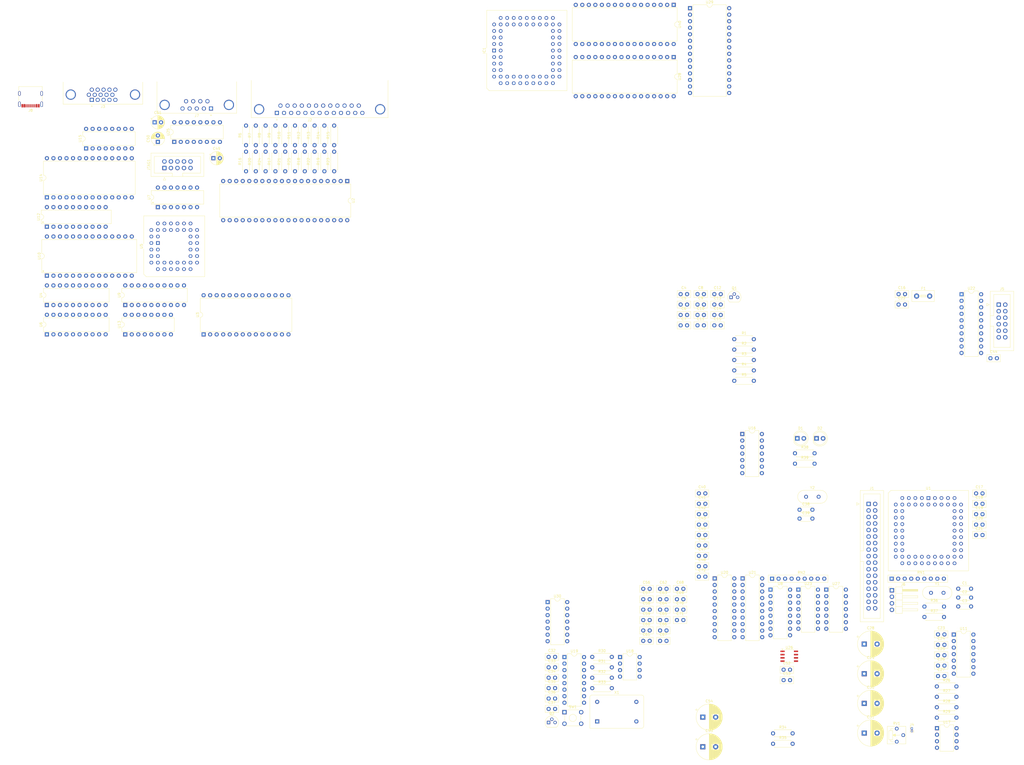
<source format=kicad_pcb>
(kicad_pcb (version 20240108) (generator "pcbnew") (generator_version "8.0")
  (layers (0 "F.Cu" signal) (31 "B.Cu" signal) (34 "B.Paste" user) (35 "F.Paste" user) (36 "B.SilkS" user "B.Silkscreen") (37 "F.SilkS" user "F.Silkscreen") (38 "B.Mask" user) (39 "F.Mask" user) (44 "Edge.Cuts" user))
  (net 0 "")
  (net 1 "Net-(U1-HIFIL)")
  (net 2 "Net-(U1-LOFIL)")
  (net 3 "GND")
  (net 4 "Net-(U1-X2)")
  (net 5 "Net-(U1-X1)")
  (net 6 "VCC")
  (net 7 "Net-(C27-Pad1)")
  (net 8 "Net-(C27-Pad2)")
  (net 9 "Net-(J4-Pin_1)")
  (net 10 "Net-(C29-Pad1)")
  (net 11 "Net-(U17-+)")
  (net 12 "Net-(U18-TR)")
  (net 13 "Net-(U18-CV)")
  (net 14 "Net-(U18-DIS)")
  (net 15 "Net-(IC1-XTAL)")
  (net 16 "Net-(IC1-EXTAL)")
  (net 17 "Net-(U25-C2-)")
  (net 18 "Net-(U25-C2+)")
  (net 19 "Net-(U25-VS-)")
  (net 20 "Net-(U25-VS+)")
  (net 21 "Net-(U25-C1-)")
  (net 22 "Net-(U25-C1+)")
  (net 23 "Net-(U26-V3)")
  (net 24 "Net-(D1-A)")
  (net 25 "/cpu/~{HALT}")
  (net 26 "Net-(D2-A)")
  (net 27 "Net-(J2-P14)")
  (net 28 "/cpu/~{INT0}")
  (net 29 "Net-(IC1-~{BUSREQ})")
  (net 30 "/cpu/A16")
  (net 31 "/cpu/D3")
  (net 32 "/cpu/~{WAIT}")
  (net 33 "/cpu/TX0")
  (net 34 "/cpu/D7")
  (net 35 "/cpu/~{IORQ}")
  (net 36 "/cpu/A13")
  (net 38 "/cpu/D1")
  (net 39 "/cpu/A8")
  (net 41 "/cpu/A15")
  (net 42 "/cpu/~{WR}")
  (net 43 "/cpu/D2")
  (net 44 "/cpu/D5")
  (net 45 "/cpu/A2")
  (net 46 "/cpu/A5")
  (net 47 "/cpu/TX1")
  (net 48 "/cpu/A4")
  (net 51 "/cpu/CLK")
  (net 52 "/cpu/~{M1}")
  (net 53 "/cpu/A14")
  (net 54 "/cpu/A18")
  (net 55 "/cpu/~{RTS0}")
  (net 56 "/cpu/A3")
  (net 57 "/cpu/A19")
  (net 58 "/cpu/~{RD}")
  (net 59 "/cpu/D4")
  (net 60 "Net-(IC1-~{DREQ1})")
  (net 61 "/cpu/A0")
  (net 62 "/cpu/RX1")
  (net 63 "/cpu/RX0")
  (net 64 "/cpu/A6")
  (net 65 "/cpu/~{INT1}")
  (net 66 "/cpu/D6")
  (net 68 "Net-(IC1-~{MREQ})")
  (net 69 "/cpu/A12")
  (net 71 "/cpu/A9")
  (net 73 "/cpu/D0")
  (net 75 "Net-(IC1-~{INT2})")
  (net 77 "/cpu/~{CTS0}")
  (net 78 "/cpu/~{NMI}")
  (net 80 "/clock/~{RST}")
  (net 81 "/cpu/A10")
  (net 82 "/cpu/A11")
  (net 84 "/cpu/A1")
  (net 85 "/cpu/A17")
  (net 86 "Net-(IC1-CKA0{slash}~{DREQ0})")
  (net 87 "/cpu/A7")
  (net 88 "Net-(J1-Pin_18)")
  (net 89 "Net-(J1-Pin_28)")
  (net 90 "Net-(J1-Pin_14)")
  (net 91 "Net-(J1-Pin_34)")
  (net 92 "Net-(J1-Pin_16)")
  (net 95 "Net-(J1-Pin_20)")
  (net 96 "Net-(J1-Pin_10)")
  (net 97 "Net-(J1-Pin_8)")
  (net 99 "Net-(J1-Pin_22)")
  (net 100 "Net-(J1-Pin_12)")
  (net 103 "Net-(J1-Pin_6)")
  (net 104 "Net-(J1-Pin_2)")
  (net 105 "Net-(J1-Pin_30)")
  (net 106 "Net-(J1-Pin_32)")
  (net 108 "Net-(J1-Pin_26)")
  (net 109 "Net-(J1-Pin_24)")
  (net 110 "Net-(J2-Pad2)")
  (net 111 "Net-(J2-Pad10)")
  (net 112 "Net-(J2-Pad5)")
  (net 113 "Net-(J2-Pad6)")
  (net 114 "Net-(J2-Pad11)")
  (net 115 "Net-(J2-P20)")
  (net 116 "Net-(J2-Pad3)")
  (net 117 "Net-(J2-Pad9)")
  (net 118 "Net-(J2-P24)")
  (net 119 "Net-(J2-Pad4)")
  (net 120 "Net-(J2-P17)")
  (net 121 "Net-(J2-P19)")
  (net 122 "Net-(J2-Pad8)")
  (net 123 "Net-(J2-P22)")
  (net 124 "Net-(J2-Pad7)")
  (net 125 "Net-(J2-P16)")
  (net 126 "Net-(J2-P23)")
  (net 127 "Net-(J2-P18)")
  (net 128 "Net-(J2-P15)")
  (net 129 "Net-(J2-P21)")
  (net 131 "Net-(J3-Pad1)")
  (net 133 "Net-(J3-Pad3)")
  (net 136 "Net-(J3-Pad2)")
  (net 137 "Net-(J3-Pad14)")
  (net 139 "Net-(J3-Pad13)")
  (net 140 "Net-(J5-Pin_10)")
  (net 141 "Net-(J5-Pin_8)")
  (net 142 "Net-(J5-Pin_12)")
  (net 143 "Net-(J5-Pin_4)")
  (net 144 "Net-(J5-Pin_6)")
  (net 145 "/cpu/~{KEYBOARD}")
  (net 149 "Net-(U25-T2OUT)")
  (net 151 "Net-(U25-T1OUT)")
  (net 152 "Net-(U25-R1IN)")
  (net 153 "Net-(U25-R2IN)")
  (net 155 "Net-(U26-UD+)")
  (net 156 "Net-(U26-UD-)")
  (net 157 "Net-(J8-CC2)")
  (net 158 "Net-(J8-CC1)")
  (net 159 "Net-(JTAG1-Pin_9)")
  (net 160 "Net-(JTAG1-Pin_3)")
  (net 161 "Net-(JTAG1-Pin_5)")
  (net 163 "Net-(JTAG1-Pin_1)")
  (net 167 "Net-(Q1-E)")
  (net 168 "Net-(Q1-B)")
  (net 169 "/clock/RST")
  (net 170 "/vga/VSYNC")
  (net 171 "/vga/HSYNC")
  (net 172 "Net-(U2-PA0)")
  (net 173 "Net-(U2-PA1)")
  (net 174 "Net-(U2-PA2)")
  (net 175 "Net-(U2-PA3)")
  (net 176 "Net-(U2-PA4)")
  (net 177 "Net-(U2-PA5)")
  (net 178 "Net-(U2-PA6)")
  (net 179 "Net-(U2-PA7)")
  (net 180 "Net-(U2-ARDY)")
  (net 181 "Net-(U2-~{ASTB})")
  (net 182 "Net-(U2-PB0)")
  (net 183 "Net-(U2-PB3)")
  (net 184 "Net-(U2-PB6)")
  (net 185 "Net-(U2-BRDY)")
  (net 186 "Net-(U2-PB1)")
  (net 187 "Net-(U2-PB4)")
  (net 188 "Net-(U2-PB7)")
  (net 189 "Net-(U2-~{BSTB})")
  (net 190 "Net-(U2-PB2)")
  (net 191 "Net-(U2-PB5)")
  (net 192 "Net-(R26-Pad2)")
  (net 193 "Net-(U3-ch_A)")
  (net 194 "Net-(U3-ch_B)")
  (net 195 "Net-(U3-ch_C)")
  (net 196 "Net-(U18-Q)")
  (net 197 "/floppy/~{DACK}")
  (net 198 "/floppy/TC")
  (net 207 "/floppy/IRQ")
  (net 211 "/cpu/~{FLOPPY}")
  (net 213 "/floppy/DRQ")
  (net 215 "/pio/IEO")
  (net 216 "/cpu/~{PIO}")
  (net 217 "/sound/SCRL4")
  (net 218 "Net-(U3-BC1)")
  (net 219 "/clock/1.57 MHz")
  (net 220 "/sound/SCRL2")
  (net 221 "/sound/SCRL0")
  (net 222 "/sound/SCRL3")
  (net 223 "Net-(U3-BDIR)")
  (net 224 "/sound/SCRL5")
  (net 225 "/sound/ROMSEL1")
  (net 226 "/sound/SCRL1")
  (net 228 "/sound/ROMSEL0")
  (net 229 "/vga/COL9")
  (net 230 "/vga/COL6")
  (net 231 "/cpu/~{VRAM}")
  (net 232 "/vga/COL7")
  (net 233 "/vga/COL3")
  (net 234 "/vga/COL8")
  (net 235 "/vga/COL5")
  (net 236 "/vga/COL4")
  (net 238 "/vga/ROW0")
  (net 240 "/vga/ROW4")
  (net 241 "/vga/ROW5")
  (net 242 "Net-(U13-D2)")
  (net 243 "/vga/ROW8")
  (net 245 "/vga/ROW3")
  (net 246 "/cpu/VBLANK")
  (net 248 "Net-(U13-D3)")
  (net 249 "Net-(U13-D0)")
  (net 250 "/vga/ROW7")
  (net 251 "/clock/25.175 MHz")
  (net 253 "/vga/ROW2")
  (net 254 "Net-(U5-M8-Pad37)")
  (net 255 "Net-(U13-D1)")
  (net 256 "/vga/ROW1")
  (net 257 "/vga/ROW6")
  (net 260 "/vga/BLANK")
  (net 261 "Net-(U10-~{OE})")
  (net 262 "Net-(U10-~{WR})")
  (net 263 "Net-(U15-Qh)")
  (net 264 "/cpu/~{SOUND}")
  (net 265 "/cpu/~{VBLANKACK}")
  (net 267 "/cpu/{slash}ROMDIS")
  (net 269 "/vga/GD6")
  (net 270 "/vga/GD5")
  (net 271 "/vga/GD7")
  (net 272 "/vga/GD4")
  (net 273 "/vga/GD1")
  (net 274 "/vga/GD2")
  (net 275 "/vga/GD3")
  (net 276 "/vga/GD0")
  (net 277 "Net-(U11-Pad4)")
  (net 278 "Net-(U11-Pad10)")
  (net 279 "Net-(U11-Pad12)")
  (net 280 "Net-(U12-Q0)")
  (net 281 "Net-(U12-Q2)")
  (net 282 "Net-(U12-Q5)")
  (net 283 "Net-(U12-Q6)")
  (net 284 "Net-(U12-Q3)")
  (net 285 "Net-(U12-Q4)")
  (net 286 "Net-(U12-Q1)")
  (net 287 "Net-(U12-Q7)")
  (net 288 "/vga/~{LOAD}")
  (net 291 "Net-(U14-D5)")
  (net 292 "Net-(U14-D2)")
  (net 293 "Net-(U14-D4)")
  (net 294 "Net-(U14-D6)")
  (net 295 "Net-(U14-D1)")
  (net 296 "Net-(U14-D7)")
  (net 298 "Net-(U14-D0)")
  (net 299 "Net-(U14-D3)")
  (net 300 "Net-(U16-Pad3)")
  (net 301 "Net-(U16-Pad8)")
  (net 302 "/cpu/~{ROM}")
  (net 310 "Net-(U20-P=R)")
  (net 316 "Net-(U23A-Q)")
  (net 318 "/cpu/~{RAM}")
  (net 321 "Net-(U28-CE#)")
  (net 322 "Net-(U30-Pad3)")
  (net 323 "Net-(U30-Pad11)")
  (net 324 "Net-(U40-CE#)")
  (footprint "Resistor_THT:R_Axial_DIN0207_L6.3mm_D2.5mm_P7.62mm_Horizontal" (layer "F.Cu") (at -351.79 -107.95 90)
    (property "Reference" "R23")
    (property "Value" "100R")
  )
  (footprint "Capacitor_THT:C_Disc_D5.0mm_W2.5mm_P2.50mm" (layer "F.Cu") (at -217.004 -56.07)
    (property "Reference" "C5")
    (property "Value" "100n")
  )
  (footprint "Capacitor_THT:C_Disc_D5.0mm_W2.5mm_P2.50mm" (layer "F.Cu") (at -203.904 -60.12)
    (property "Reference" "C12")
    (property "Value" "100n")
  )
  (footprint "Connector_Dsub:DSUB-25_Female_Horizontal_P2.77x2.84mm_EdgePinOffset9.90mm_Housed_MountingHolesOffset11.32mm" (layer "F.Cu") (at -374.07 -130.66 180)
    (property "Reference" "J2")
    (property "Value" "DB25_Receptacle_MountingHoles")
  )
  (footprint "Capacitor_THT:C_Disc_D5.0mm_W2.5mm_P2.50mm" (layer "F.Cu") (at -218.454 54.6)
    (property "Reference" "C68")
    (property "Value" "100n")
  )
  (footprint "Capacitor_THT:C_Disc_D5.0mm_W2.5mm_P2.50mm" (layer "F.Cu") (at -210.454 -56.07)
    (property "Reference" "C9")
    (property "Value" "100n")
  )
  (footprint "Capacitor_THT:C_Disc_D5.0mm_W2.5mm_P2.50mm" (layer "F.Cu") (at -268.354 101.35)
    (property "Reference" "C37")
    (property "Value" "100n")
  )
  (footprint "Package_DIP:DIP-14_W7.62mm" (layer "F.Cu") (at -110.744 72.39)
    (property "Reference" "U11")
    (property "Value" "74HC02")
  )
  (footprint "Button_Switch_THT:SW_TH_Tactile_Omron_B3F-10xx" (layer "F.Cu") (at -262.204 102.6)
    (property "Reference" "SW1")
    (property "Value" "Reset")
  )
  (footprint "Capacitor_THT:C_Disc_D5.0mm_W2.5mm_P2.50mm" (layer "F.Cu") (at -209.904 29.6)
    (property "Reference" "C43")
    (property "Value" "100n")
  )
  (footprint "Capacitor_THT:C_Disc_D5.0mm_W2.5mm_P2.50mm" (layer "F.Cu") (at -268.354 97.3)
    (property "Reference" "C36")
    (property "Value" "100n")
  )
  (footprint "Capacitor_THT:CP_Radial_D10.0mm_P5.00mm" (layer "F.Cu") (at -208.389354 116.08)
    (property "Reference" "C55")
    (property "Value" "470u")
  )
  (footprint "Package_DIP:DIP-16_W7.62mm" (layer "F.Cu") (at -433.07 -44.45 90)
    (property "Reference" "U13")
    (property "Value" "74HC174")
  )
  (footprint "Capacitor_THT:C_Disc_D5.0mm_W2.5mm_P2.50mm" (layer "F.Cu") (at -116.894 76.39)
    (property "Reference" "C24")
    (property "Value" "100n")
  )
  (footprint "LED_THT:LED_D5.0mm" (layer "F.Cu") (at -171.634 -3.97)
    (property "Reference" "D1")
    (property "Value" "HALT")
  )
  (footprint "Resistor_THT:R_Axial_DIN0207_L6.3mm_D2.5mm_P7.62mm_Horizontal" (layer "F.Cu") (at -196.154 -26.38)
    (property "Reference" "R5")
    (property "Value" "470R")
  )
  (footprint "Capacitor_THT:C_Disc_D5.0mm_W2.5mm_P2.50mm" (layer "F.Cu") (at -225.004 62.7)
    (property "Reference" "C64")
    (property "Value" "100n")
  )
  (footprint "Capacitor_THT:C_Disc_D5.0mm_W2.5mm_P2.50mm" (layer "F.Cu") (at -116.894 88.54)
    (property "Reference" "C27")
    (property "Value" "47n")
  )
  (footprint "PCM_Potentiometer_THT_AKL:Potentiometer_Vishay_T73YP_Vertical" (layer "F.Cu") (at -132.944 114.09)
    (property "Reference" "RV1")
    (property "Value" "1K" (hide yes))
  )
  (footprint "Capacitor_THT:C_Disc_D5.0mm_W2.5mm_P2.50mm" (layer "F.Cu") (at -176.954 86.08)
    (property "Reference" "C52")
    (property "Value" "100n")
  )
  (footprint "Capacitor_THT:C_Disc_D5.0mm_W2.5mm_P2.50mm" (layer "F.Cu") (at -231.554 62.7)
    (property "Reference" "C58")
    (property "Value" "100n")
  )
  (footprint "Capacitor_THT:C_Disc_D5.0mm_W2.5mm_P2.50mm" (layer "F.Cu") (at -116.894 80.44)
    (property "Reference" "C25")
    (property "Value" "100n")
  )
  (footprint "Connector_USB:USB_C_Receptacle_G-Switch_GT-USB-7010ASV" (layer "F.Cu") (at -469.9 -137.16 180)
    (property "Reference" "J8")
    (property "Value" "USB_C_Receptacle_USB2.0_14P")
  )
  (footprint "Package_DIP:DIP-14_W7.62mm" (layer "F.Cu") (at -171.204 54.9)
    (property "Reference" "U23")
    (property "Value" "74HC74")
  )
  (footprint "Capacitor_THT:CP_Radial_D10.0mm_P5.00mm" (layer "F.Cu") (at -145.589354 110.74)
    (property "Reference" "C31")
    (property "Value" "150u")
  )
  (footprint "Capacitor_THT:C_Disc_D5.0mm_W2.5mm_P2.50mm" (layer "F.Cu") (at -218.454 62.7)
    (property "Reference" "C70")
    (property "Value" "100n")
  )
  (footprint "Capacitor_THT:C_Disc_D5.0mm_W2.5mm_P2.50mm" (layer "F.Cu") (at -176.954 90.13)
    (property "Reference" "C53")
    (property "Value" "100n")
  )
  (footprint "Package_DIP:DIP-20_W7.62mm" (layer "F.Cu") (at -192.904 50.55)
    (property "Reference" "U21")
    (property "Value" "74HC688")
  )
  (footprint "Resistor_THT:R_Axial_DIN0207_L6.3mm_D2.5mm_P7.62mm_Horizontal" (layer "F.Cu") (at -355.6 -107.95 90)
    (property "Reference" "R19")
    (property "Value" "100R")
  )
  (footprint "Capacitor_THT:C_Disc_D4.3mm_W1.9mm_P5.00mm" (layer "F.Cu") (at -109.024 61.45)
    (property "Reference" "C3")
    (property "Value" "22p")
  )
  (footprint "Resistor_THT:R_Axial_DIN0207_L6.3mm_D2.5mm_P7.62mm_Horizontal" (layer "F.Cu") (at -181.064 114.91)
    (property "Reference" "R35")
    (property "Value" "1K5")
  )
  (footprint "Package_TO_SOT_THT:TO-92" (layer "F.Cu") (at -197.394 -58.89)
    (property "Reference" "Q1")
    (property "Value" "BC547")
  )
  (footprint "Resistor_THT:R_Axial_DIN0207_L6.3mm_D2.5mm_P7.62mm_Horizontal" (layer "F.Cu") (at -363.22 -107.95 90)
    (property "Reference" "R18")
    (property "Value" "100R")
  )
  (footprint "Resistor_THT:R_Axial_DIN0207_L6.3mm_D2.5mm_P7.62mm_Horizontal" (layer "F.Cu") (at -382.27 -118.11 90)
    (property "Reference" "R7")
    (property "Value" "100R")
  )
  (footprint "Capacitor_THT:C_Disc_D5.0mm_W2.5mm_P2.50mm" (layer "F.Cu") (at -116.894 84.49)
    (property "Reference" "C26")
    (property "Value" "100n")
  )
  (footprint "Oscillator:Oscillator_DIP-14" (layer "F.Cu") (at -249.474 106.21)
    (property "Reference" "X1")
    (property "Value" "25.175 MHz")
  )
  (footprint "Capacitor_THT:C_Disc_D5.0mm_W2.5mm_P2.50mm" (layer "F.Cu") (at -218.454 66.75)
    (property "Reference" "C71")
    (property "Value" "100n")
  )
  (footprint "Connector_IDC:IDC-Header_2x06_P2.54mm_Vertical" (layer "F.Cu") (at -93.269 -56.02)
    (property "Reference" "J5")
    (property "Value" "Conn_02x06_Odd_Even")
  )
  (footprint "Resistor_THT:R_Axial_DIN0207_L6.3mm_D2.5mm_P7.62mm_Horizontal" (layer "F.Cu") (at -374.65 -118.11 90)
    (property "Reference" "R9")
    (property "Value" "100R")
  )
  (footprint "Crystal:Crystal_HC49-4H_Vertical" (layer "F.Cu") (at -119.624 56.15)
    (property "Reference" "Y1")
    (property "Value" "24 MHz")
  )
  (footprint "Resistor_THT:R_Axial_DIN0207_L6.3mm_D2.5mm_P7.62mm_Horizontal" (layer "F.Cu") (at -117.344 96.64)
    (property "Reference" "R27")
    (property "Value" "2K2")
  )
  (footprint "Package_DIP:DIP-20_W7.62mm" (layer "F.Cu") (at -203.754 50.55)
    (property "Reference" "U20")
    (property "Value" "74HC688")
  )
  (footprint "Capacitor_THT:C_Disc_D4.3mm_W1.9mm_P5.00mm" (layer "F.Cu") (at -109.024 58)
    (property "Reference" "C2")
    (property "Value" "22p")
  )
  (footprint "Connector_Dsub:DSUB-15-HD_Female_Horizontal_P2.29x1.98mm_EdgePinOffset3.03mm_Housed_MountingHolesOffset4.94mm" (layer "F.Cu") (at -446.075 -135.74 180)
    (property "Reference" "J3")
    (property "Value" "DE15_Receptacle_HighDensity_MountingHoles")
  )
  (footprint "Resistor_THT:R_Axial_DIN0207_L6.3mm_D2.5mm_P7.62mm_Horizontal" (layer "F.Cu") (at -251.404 81.1)
    (property "Reference" "R30")
    (property "Value" "10K")
  )
  (footprint "Crystal:Crystal_HC49-4H_Vertical" (layer "F.Cu") (at -168.204 18.75)
    (property "Reference" "Y2")
    (property "Value" "16 MHz")
  )
  (footprint "Capacitor_THT:C_Disc_D5.0mm_W2.5mm_P2.50mm" (layer "F.Cu") (at -231.554 54.6)
    (property "Reference" "C56")
    (property "Value" "100n")
  )
  (footprint "Resistor_THT:R_Axial_DIN0207_L6.3mm_D2.5mm_P7.62mm_Horizontal" (layer "F.Cu") (at -370.84 -118.11 90)
    (property "Reference" "R10")
    (property "Value" "100R")
  )
  (footprint "Resistor_THT:R_Axial_DIN0207_L6.3mm_D2.5mm_P7.62mm_Horizontal" (layer "F.Cu") (at -196.154 -38.53)
    (property "Reference" "R2")
    (property "Value" "100R")
  )
  (footprint "Capacitor_THT:C_Disc_D5.0mm_W2.5mm_P2.50mm" (layer "F.Cu") (at -231.554 74.85)
    (property "Reference" "C61")
    (property "Value" "100n")
  )
  (footprint "Capacitor_THT:C_Disc_D5.0mm_W2.5mm_P2.50mm" (layer "F.Cu") (at -225.004 54.6)
    (property "Reference" "C62")
    (property "Value" "100n")
  )
  (footprint "Resistor_THT:R_Axial_DIN0207_L6.3mm_D2.5mm_P7.62mm_Horizontal" (layer "F.Cu") (at -382.27 -107.95 90)
    (property "Reference" "R20")
    (property "Value" "100R")
  )
  (footprint "Resistor_THT:R_Axial_DIN0207_L6.3mm_D2.5mm_P7.62mm_Horizontal" (layer "F.Cu") (at -374.65 -107.95 90)
    (property "Reference" "R17")
    (property "Value" "100R")
  )
  (footprint "Capacitor_THT:C_Disc_D5.0mm_W2.5mm_P2.50mm" (layer "F.Cu") (at -102.074 21.5)
    (property "Reference" "C18")
    (property "Value" "100n")
  )
  (footprint "Resistor_THT:R_Axial_DIN0207_L6.3mm_D2.5mm_P7.62mm_Horizontal" (layer "F.Cu") (at -355.6 -118.11 90)
    (property "Reference" "R14")
    (property "Value" "100R")
  )
  (footprint "PCM_Package_DIP_AKL:DIP-14_W7.62mm" (layer "F.Cu") (at -420.37 -93.98 90)
    (property "Reference" "U7")
    (property "Value" "74HC02" (hide yes))
  )
  (footprint "Capacitor_THT:C_Disc_D5.0mm_W2.5mm_P2.50mm" (layer "F.Cu") (at -231.554 70.8)
    (property "Reference" "C60")
    (property "Value" "100n")
  )
  (footprint "Capacitor_THT:C_Disc_D5.0mm_W2.5mm_P2.50mm" (layer "F.Cu") (at -209.904 37.7)
    (property "Reference" "C46")
    (property "Value" "100n")
  )
  (footprint "Resistor_THT:R_Axial_DIN0207_L6.3mm_D2.5mm_P7.62mm_Horizontal" (layer "F.Cu") (at -196.154 -30.43)
    (property "Reference" "R4")
    (property "Value" "470R")
  )
  (footprint "Package_DIP:DIP-28_W15.24mm" (layer "F.Cu") (at -402.58 -44.445 90)
    (property "Reference" "U3")
    (property "Value" "PSG_AY-3-8912")
  )
  (footprint "Resistor_THT:R_Axial_DIN0207_L6.3mm_D2.5mm_P7.62mm_Horizontal" (layer "F.Cu") (at -378.46 -107.95 90)
    (property "Reference" "R24")
    (property "Value" "100R")
  )
  (footprint "Resistor_THT:R_Axial_DIN0207_L6.3mm_D2.5mm_P7.62mm_Horizontal" (layer "F.Cu") (at -359.41 -118.11 90)
    (property "Reference" "R13")
    (property "Value" "100R")
  )
  (footprint "Resistor_THT:R_Axial_DIN0207_L6.3mm_D2.5mm_P7.62mm_Horizontal" (layer "F.Cu") (at -367.03 -107.95 90)
    (property "Reference" "R25")
    (property "Value" "100R")
  )
  (footprint "PCM_Fuse_AKL:Fuse_Littelfuse_395Series" (layer "F.Cu") (at -125.214 -59.37)
    (property "Reference" "F1")
    (property "Value" "Fuse" (hide yes))
  )
  (footprint "Capacitor_THT:C_Disc_D5.0mm_W2.5mm_P2.50mm" (layer "F.Cu") (at -231.554 58.65)
    (property "Reference" "C57")
    (property "Value" "100n")
  )
  (footprint "Resistor_THT:R_Axial_DIN0207_L6.3mm_D2.5mm_P7.62mm_Horizontal" (layer "F.Cu") (at -122.174 61.5)
    (property "Reference" "R36")
    (property "Value" "47K")
  )
  (footprint "Resistor_THT:R_Axial_DIN0207_L6.3mm_D2.5mm_P7.62mm_Horizontal" (layer "F.Cu") (at -370.84 -107.95 90)
    (property "Reference" "R21")
    (property "Value" "100R")
  )
  (footprint "Resistor_THT:R_Axial_DIN0207_L6.3mm_D2.5mm_P7.62mm_Horizontal" (layer "F.Cu") (at -251.404 85.15)
    (property "Reference" "R31")
    (property "Value" "220K")
  )
  (footprint "Capacitor_THT:C_Disc_D5.0mm_W2.5mm_P2.50mm" (layer "F.Cu") (at -132.224 -60.12)
    (property "Reference" "C16")
    (property "Value" "100n")
  )
  (footprint "Capacitor_THT:C_Disc_D5.0mm_W2.5mm_P2.50mm" (layer "F.Cu") (at -209.904 45.8)
    (property "Reference" "C48")
    (property "Value" "100n")
  )
  (footprint "Resistor_THT:R_Axial_DIN0207_L6.3mm_D2.5mm_P7.62mm_Horizontal" (layer "F.Cu") (at -367.03 -118.11 90)
    (property "Reference" "R11")
    (property "Value" "100R")
  )
  (footprint "Resistor_THT:R_Axial_DIN0207_L6.3mm_D2.5mm_P7.62mm_Horizontal" (layer "F.Cu") (at -363.22 -118.11 90)
    (property "Reference" "R12")
    (property "Value" "100R")
  )
  (footprint "Capacitor_THT:C_Disc_D5.0mm_W2.5mm_P2.50mm" (layer "F.Cu") (at -102.074 29.6)
    (property "Reference" "C20")
    (property "Value" "100n")
  )
  (footprint "Capacitor_THT:CP_Radial_D10.0mm_P5.00mm" (layer "F.Cu") (at -145.589354 99.19)
    (property "Reference" "C30")
    (property "Value" "150u")
  )
  (footprint "Capacitor_THT:CP_Radial_D10.0mm_P5.00mm" (layer "F.Cu") (at -145.589354 76.09)
    (property "Reference" "C28")
    (property "Value" "150u")
  )
  (footprint "Capacitor_THT:C_Disc_D5.0mm_W2.5mm_P2.50mm" (layer "F.Cu") (at -209.904 33.65)
    (property "Reference" "C45")
    (property "Value" "100n")
  )
  (footprint "PCM_Package_DIP_AKL:DIP-20_W7.62mm" (layer "F.Cu") (at -463.545 -86.37 90)
    (property "Reference" "U12")
    (property "Value" "74HC574" (hide yes))
  )
  (footprint "Capacitor_THT:C_Disc_D5.0mm_W2.5mm_P2.50mm" (layer "F.Cu") (at -203.904 -56.07)
    (property "Reference" "C13")
    (property "Value" "100n")
  )
  (footprint "Resistor_THT:R_Array_SIP9" (layer "F.Cu") (at -181.454 50.65)
    (property "Reference" "RN2")
    (property "Value" "47K")
  )
  (footprint "Resistor_THT:R_Array_SIP9" (layer "F.Cu") (at -134.924 50.65)
    (property "Reference" "RN1")
    (property "Value" "1K")
  )
  (footprint "Capacitor_THT:C_Disc_D5.0mm_W2.5mm_P2.50mm" (layer "F.Cu") (at -268.354 85.15)
    (property "Reference" "C33")
    (property "Value" "10n")
  )
  (footprint "Capacitor_THT:C_Disc_D5.0mm_W2.5mm_P2.50mm" (layer "F.Cu") (at -210.454 -60.12)
    (property "Reference" "C8")
    (property "Value" "100n")
  )
  (footprint "Resistor_THT:R_Axial_DIN0207_L6.3mm_D2.5mm_P7.62mm_Horizontal" (layer "F.Cu") (at -117.344 100.69)
    (property "Reference" "R28")
    (property "Value" "2K2")
  )
  (footprint "Package_DIP:DIP-8_W7.62mm" (layer "F.Cu") (at -117.294 108.84)
    (property "Reference" "U17")
    (property "Value" "LM386")
  )
  (footprint "PCM_Package_DIP_AKL:DIP-28_W15.24mm" (layer "F.Cu") (at -463.54 -67.31 90)
    (property "Reference" "U10")
    (property "Value" "6264" (hide yes))
  )
  (footprint "Connector_PinHeader_2.54mm:PinHeader_1x04_P2.54mm_Horizontal" (layer "F.Cu") (at -134.824 55.15)
    (property "Reference" "J6")
    (property "Value" "Floppy Power")
  )
  (footprint "Capacitor_THT:CP_Radial_D5.0mm_P2.50mm" (layer "F.Cu") (at -420.37 -119.38 90)
    (property "Reference" "C50")
    (property "Value" "10u")
  )
  (footprint "Package_SO:SOP-8_3.9x4.9mm_P1.27mm" (layer "F.Cu") (at -174.754 80.83)
    (property "Reference" "U26")
    (property "Value" "CH340N")
  )
  (footprint "Package_DIP:DIP-16_W7.62mm" (layer "F.Cu") (at -262.204 81.15)
    (property "Reference" "U19")
    (property "Value" "74HC163")
  )
  (footprint "Capacitor_THT:C_Disc_D5.0mm_W2.5mm_P2.50mm" (layer "F.Cu") (at -203.904 -47.97)
    (property "Reference" "C15")
    (property "Value" "100n")
  )
  (footprint "Capacitor_THT:C_Disc_D5.0mm_W2.5mm_P2.50mm" (layer "F.Cu") (at -268.354 93.25)
    (property "Reference" "C35")
    (property "Value" "100n")
  )
  (footprint "Package_DIP:DIP-40_W15.24mm" (layer "F.Cu") (at -346.71 -104.14 -90)
    (property "Reference" "U2")
    (property "Value" "PIO-DIP-40")
  )
  (footprint "Package_DIP:DIP-20_W7.62mm" (layer "F.Cu") (at -463.545 -44.46 90)
    (property "Reference" "U6")
    (property "Value" "74HC244")
  )
  (footprint "Connector_Dsub:DSUB-9_Male_Horizontal_P2.77x2.84mm_EdgePinOffset7.70mm_Housed_MountingHolesOffset9.12mm" (layer "F.Cu") (at -399.705 -132.369669 180)
    (property "Reference" "J7")
    (property "Value" "DE9_Plug_MountingHoles")
  )
  (footprint "Capacitor_THT:C_Disc_D5.0mm_W2.5mm_P2.50mm" (layer "F.Cu") (at -217.004 -47.97)
    (property "Reference" "C7")
    (property "Value" "100n")
  )
  (footprint "Package_DIP:DIP-14_W7.62mm" (layer "F.Cu") (at -268.754 59.75)
    (property "Reference" "U30")
    (property "Value" "74HC00")
  )
  (footprint "Resistor_THT:R_Axial_DIN0207_L6.3mm_D2.5mm_P7.62mm_Horizontal" (layer "F.Cu") (at -251.404 93.25)
    (property "Reference" "R33")
    (property "Value" "1K")
  )
  (footprint "Package_DIP:DIP-32_W15.24mm" (layer "F.Cu") (at -219.71 -172.72 -90)
    (property "Reference" "U40")
    (property "Value" "AS6C4008-55PCN")
  )
  (footprint "Package_LCC:PLCC-68_THT-Socket" (layer "F.Cu") (at -120.624 19.25)
    (property "Reference" "U1")
    (property "Value" "82077AA/PC8477")
  )
  (footprint "Resistor_THT:R_Axial_DIN0207_L6.3mm_D2.5mm_P7.62mm_Horizontal" (layer "F.Cu") (at -251.404 89.2)
    (property "Reference" "R32")
    (property "Value" "10K")
  )
  (footprint "Capacitor_THT:C_Disc_D5.0mm_W2.5mm_P2.50mm" (layer "F.Cu") (at -225.004 66.75)
    (property "Reference" "C65")
    (property "Value" "100n")
  )
  (footprint "Package_DIP:DIP-16_W7.62mm" (layer "F.Cu") (at -414.005 -119.39 90)
    (property "Reference" "U25")
    (property "Value" "MAX232")
  )
  (footprint "Package_LCC:PLCC-44_THT-Socket" (layer "F.Cu") (at -420.37 -80.01 90)
    (property "Reference" "U5")
    (property "Value" "XC9536PC44")
  )
  (footprint "Capacitor_THT:CP_Radial_D5.0mm_P2.50mm" (layer "F.Cu") (at -398.78 -113.03)
    (property "Reference" "C49")
    (property "Value" "10u")
  )
  (footprint "Capacitor_THT:C_Disc_D4.3mm_W1.9mm_P5.00mm" (layer "F.Cu") (at -170.754 23.8)
    (property "Reference" "C38")
    (property "Value" "22p")
  )
  (footprint "Capacitor_THT:C_Disc_D5.0mm_W2.5mm_P2.50mm" (layer "F.Cu") (at -132.224 -56.07)
    (property "Reference" "C22")
    (property "Value" "100n")
  )
  (footprint "Resistor_THT:R_Axial_DIN0207_L6.3mm_D2.5mm_P7.62mm_Horizontal" (layer "F.Cu") (at -386.08 -107.95 90)
    (property "Reference" "R16")
    (property "Value" "100R")
  )
  (footprint "Capacitor_THT:C_Disc_D5.0mm_W2.5mm_P2.50mm" (layer "F.Cu") (at -225.004 58.65)
    (property "Reference" "C63")
    (property "Value" "100n")
  )
  (footprint "Package_DIP:DIP-16_W7.62mm" (layer "F.Cu") (at -182.054 54.9)
    (property "Reference" "U8")
    (property "Value" "74HC138")
  )
  (footprint "Capacitor_THT:C_Disc_D5.0mm_W2.5mm_P2.50mm" (layer "F.Cu") (at -209.904 49.85)
    (property "Reference" "C72")
    (property "Value" "100n")
  )
  (footprint "Resistor_THT:R_Axial_DIN0207_L6.3mm_D2.5mm_P7.62mm_Horizontal" (layer "F.Cu") (at -117.344 92.59)
    (property "Reference" "R26")
    (property "Value" "2K2")
  )
  (footprint "Capacitor_THT:C_Disc_D5.0mm_W2.5mm_P2.50mm" (layer "F.Cu") (at -210.454 -52.02)
    (property "Reference" "C10")
    (property "Value" "100n")
  )
  (footprint "Capacitor_THT:C_Disc_D5.0mm_W2.5mm_P2.50mm" (layer "F.Cu") (at -210.454 -47.97)
    (property "Reference" "C11")
    (property "Value" "100n")
  )
  (footprint "Resistor_THT:R_Axial_DIN0207_L6.3mm_D2.5mm_P7.62mm_Horizontal" (layer "F.Cu") (at -181.064 110.86)
    (property "Reference" "R34")
    (property "Value" "1K5")
  )
  (footprint "Capacitor_THT:CP_Radial_D10.0mm_P5.00mm" (layer "F.Cu") (at -145.589354 87.64)
    (property "Reference" "C29")
    (property "Value" "22u")
  )
  (footprint "Package_DIP:DIP-20_W7.62mm" (layer "F.Cu") (at -433.065 -55.89 90)
    (property "Reference" "U9")
    (property "Value" "74HC245")
  )
  (footprint "Capacitor_THT:C_Disc_D5.0mm_W2.5mm_P2.50mm" (layer "F.Cu") (at -225.004 74.85)
    (property "Reference" "C67")
    (property "Value" "100n")
  )
  (footprint "Connector_PinHeader_1.00mm:PinHeader_1x02_P1.00mm_Vertical" (layer "F.Cu") (at -127.044 108.99)
    (property "Reference" "J4")
    (property "Value" "Speaker")
  )
  (footprint "Capacitor_THT:C_Disc_D5.0mm_W2.5mm_P2.50mm" (layer "F.Cu") (at -209.904 41.75)
    (property "Reference" "C47")
    (property "Value" "100n")
  )
  (footprint "Capacitor_THT:C_Disc_D5.0mm_W2.5mm_P2.50mm" (layer "F.Cu") (at -209.904 25.55)
    (property "Reference" "C42")
    (property "Value" "100n")
  )
  (footprint "Package_DIP:DIP-14_W7.62mm" (layer "F.Cu") (at -160.354 54.9)
    (property "Reference" "U27")
    (property "Value" "74HC32")
  )
  (footprint "Capacitor_THT:C_Disc_D5.0mm_W2.5mm_P2.50mm" (layer "F.Cu") (at -102.074 17.45)
    (property "Reference" "C17")
    (property "Value" "100n")
  )
  (footprint "Resistor_THT:R_Axial_DIN0207_L6.3mm_D2.5mm_P7.62mm_Horizontal" (layer "F.Cu") (at -172.534 1.83)
    (property "Reference" "R38")
    (property "Value" "1K")
  )
  (footprint "LED_THT:LED_D5.0mm" (layer "F.Cu") (at -164.134 -3.97)
    (property "Reference" "D2")
    (property "Value" "POWER")
  )
  (footprint "Capacitor_THT:C_Disc_D5.0mm_W2.5mm_P2.50mm" (layer "F.Cu") (at -217.004 -52.02)
    (property "Reference" "C6")
    (property "Value" "100n")
  )
  (footprint "Capacitor_THT:C_Disc_D5.0mm_W2.5mm_P2.50mm" (layer "F.Cu") (at -116.894 72.34)
    (property "Reference" "C23")
    (property "Value" "100n")
  )
  (footprint "Capacitor_THT:C_Disc_D5.0mm_W2.5mm_P2.50mm" (layer "F.Cu") (at -231.554 66.75)
    (property "Reference" "C59")
    (property "Value" "100n")
  )
  (footprint "Capacitor_THT:CP_Radial_D5.0mm_P2.50mm" (layer "F.Cu") (at -421.64 -127)
    (property "Reference" "C51")
    (property "Value" "10u")
  )
  (footprint "Capacitor_THT:CP_Radial_D10.0mm_P5.00mm" (layer "F.Cu") (at -208.389354 104.53)
    (property "Reference" "C54")
    (property "Value" "470u")
  )
  (footprint "Capacitor_THT:C_Disc_D4.3mm_W1.9mm_P5.00mm" (layer "F.Cu") (at -109.024 54.55)
    (property "Reference" "C1")
    (property "Value" "4u7")
  )
  (footprint "Connector_IDC:IDC-Header_2x05_P2.54mm_Vertical" (layer "F.Cu") (at -417.83 -109.22 90)
    (property "Reference" "JTAG1")
    (property "Value" "Conn_02x05_Odd_Even")
  )
  (footprint "Capacitor_THT:C_Disc_D4.3mm_W1.9mm_P5.00mm" (layer "F.Cu") (at -170.754 27.25)
    (property "Reference" "C39")
    (property "Value" "22p")
  )
  (footprint "Capacitor_THT:C_Disc_D5.0mm_W2.5mm_P2.50mm" (layer "F.Cu") (at -218.454 58.65)
    (property "Reference" "C69")
    (property "Value" "100n")
  )
  (footprint "Package_TO_SOT_THT:TO-92" (layer "F.Cu") (at -268.394 106.63)
    (property "Reference" "Q2")
    (property "Value" "BC547")
  )
  (footprint "Package_DIP:DIP-28_W15.24mm" (layer "F.Cu") (at -463.54 -97.785 90)
    (property "Reference" "U14")
    (property "Value" "2764")
  )
  (footprint "Package_DIP:DIP-8_W7.62mm" (layer "F.Cu") (at -240.584 81.15)
    (property "Reference" "U18")
    (property "Value" "NE555P")
  )
  (footprint "Resistor_THT:R_Axial_DIN0207_L6.3mm_D2.5mm_P7.62mm_Horizontal" (layer "F.Cu") (at -359.41 -107.95 90)
    (property "Reference" "R22")
    (property "Value" "100R")
  )
  (footprint "Capacitor_THT:C_Disc_D5.0mm_W2.5mm_P2.50mm" (layer "F.Cu") (at -209.904 17.45)
    (property "Reference" "C40")
    (property "Value" "100n")
  )
  (footprint "Connector_IDC:IDC-Header_2x17_P2.54mm_Vertical" (layer "F.Cu") (at -143.889 21.55)
    (property "Reference" "J1")
    (property "Value" "Conn_02x17_Odd_Even")
  )
  (footprint "Capacitor_THT:C_Disc_D5.0mm_W2.5mm_P2.50mm" (layer "F.Cu") (at -209.904 21.5)
    (property "Reference" "C41")
    (property "Value" "100n")
  )
  (footprint "Package_LCC:PLCC-68_THT-Socket" (layer "F.Cu") (at -289.56 -154.94 90)
    (property "Reference" "IC1")
    (property "Value" "Z8-L180-S180-180-PLCC-68")
  )
  (footprint "Capacitor_THT:C_Disc_D5.0mm_W2.5mm_P2.50mm" (layer "F.Cu") (at -96.484 -35.17)
    (property "Reference" "C44")
    (property "Value" "100n")
  )
  (footprint "Resistor_THT:R_Axial_DIN0207_L6.3mm_D2.5mm_P7.62mm_Horizontal" (layer "F.Cu") (at -351.79 -118.11 90)
    (property "Reference" "R15")
    (property "Value" "100R")
  )
  (footprint "Resistor_THT:R_Axial_DIN0207_L6.3mm_D2.5mm_P7.62mm_Horizontal" (layer "F.Cu") (at -117.344 104.74)
    (property "Reference" "R29")
    (property "Value" "10R")
  )
  (footprint "Resistor_THT:R_Axial_DIN0207_L6.3mm_D2.5mm_P7.62mm_Horizontal" (layer "F.Cu") (at -386.08 -118.11 90)
    (property "Reference" "R6")
    (property "Value" "100R")
  )
  (footprint "Package_DIP:DIP-20_W7.62mm" (layer "F.Cu") (at -463.55 -55.88 90)
    (property "Reference" "U4")
    (property "Value" "74HC244")
  )
  (footprint "Capacitor_THT:C_Disc_D5.0mm_W2.5mm_P2.50mm" (layer "F.Cu") (at -217.004 -60.12)
    (property "Reference" "C4")
    (property "Value" "100n")
  )
  (footprint "Capacitor_THT:C_Disc_D5.0mm_W2.5mm_P2.50mm" (layer "F.Cu") (at -268.354 89.2)
    (property "Reference" "C34")
    (property "Value" "1u")
  )
  (footprint "Package_DIP:DIP-20_W7.62mm" (layer "F.Cu") (at -107.734 -60.07)
    (property "Reference" "U22")
    (property "Value" "74HC244")
  )
  (footprint "Resistor_THT:R_Axial_DIN0207_L6.3mm_D2.5mm_P7.62mm_Horizontal" (layer "F.Cu") (at -172.534 5.88)
    (property "Reference" "R39")
    (property "Value" "1K")
  )
  (footprint "Package_DIP:DIP-14_W7.62mm" (layer "F.Cu") (at -193.03 -5.67)
    (property "Reference" "U16")
    (property "Value" "74HC00")
  )
  (footprint "Capacitor_THT:C_Disc_D5.0mm_W2.5mm_P2.50mm" (layer "F.Cu") (at -268.354 81.1)
    (property "Reference" "C32")
    (property "Value" "100n")
  )
  (footprint "Package_DIP:DIP-28_W15.24mm" (layer "F.Cu") (at -213.365 -171.44)
    (property "Reference" "U29")
    (property "Value" "27C128")
  )
  (footprint "Capacitor_THT:C_Disc_D5.0mm_W2.5mm_P2.50mm" (layer "F.Cu") (at -102.074 25.55)
    (property "Reference" "C19")
    (property "Value" "100n")
  )
  (footprint "Capacitor_THT:C_Disc_D5.0mm_W2.5mm_P2.50mm" (layer "F.Cu") (at -102.074 33.65)
    (property "Reference" "C21")
    (property "Value" "100n")
  )
  (footprint "Capacitor_THT:C_Disc_D5.0mm_W2.5mm_P2.50mm" (layer "F.Cu") (at -225.004 70.8)
    (property "Reference" "C66")
    (property "Value" "100n")
  )
  (footprint "Resistor_THT:R_Axial_DIN0207_L6.3mm_D2.5mm_P7.62mm_Horizontal" (layer "F.Cu") (at -122.174 65.55)
    (property "Reference" "R37")
    (property "Value" "47K")
  )
  (footprint "Capacitor_THT:C_Disc_D5.0mm_W2.5mm_P2.50mm" (layer "F.Cu") (at -203.904 -52.02)
    (property "Reference" "C14")
    (property "Value" "100n")
  )
  (footprint "Resistor_THT:R_Axial_DIN0207_L6.3mm_D2.5mm_P7.62mm_Horizontal" (layer "F.Cu") (at -378.46 -118.11 90)
    (property "Reference" "R8")
    (property "Value" "100R")
  )
  (footprint "Package_DIP:DIP-32_W15.24mm" (layer "F.Cu") (at -219.71 -152.405 -90)
    (property "Reference" "U28")
    (property "Value" "AS6C4008-55PCN")
  )
  (footprint "Resistor_THT:R_Axial_DIN0207_L6.3mm_D2.5mm_P7.62mm_Horizontal" (layer "F.Cu") (at -196.154 -34.48)
    (property "Reference" "R3")
    (property "Value" "470R")
  )
  (footprint "Resistor_THT:R_Axial_DIN0207_L6.3mm_D2.5mm_P7.62mm_Horizontal" (layer "F.Cu") (at -196.154 -42.58)
    (property "Reference" "R1")
    (property "Value" "100R")
  )
  (footprint "Package_DIP:DIP-16_W7.62mm" (layer "F.Cu") (at -448.295 -116.84 90)
    (property "Reference" "U15")
    (property "Value" "74HC166")
  )
)
</source>
